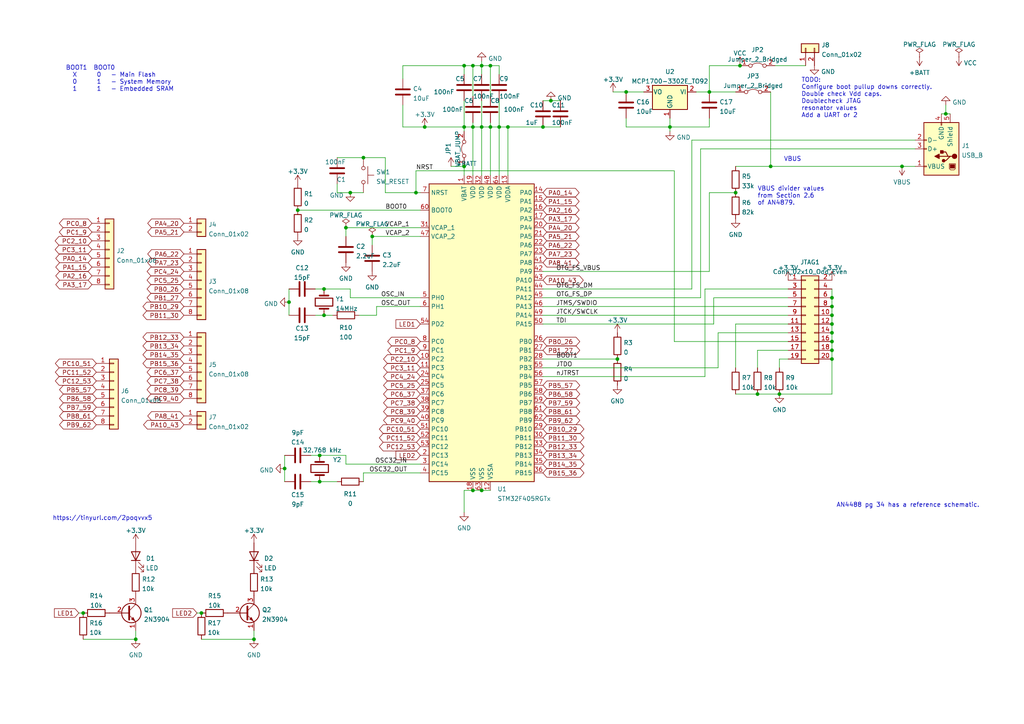
<source format=kicad_sch>
(kicad_sch (version 20211123) (generator eeschema)
  (paper "A4")
  (title_block (date "2022-06-02"))
  (lib_symbols
    (symbol "Connector:USB_B" (pin_names (offset 1.016))
      (property "Reference" "J" (at -5.08 11.43 0))
      (property "Value" "USB_B" (at -5.08 8.89 0))
      (symbol "USB_B_1_1"
        (pin power_out line (at 7.62 5.08 180) (length 2.54) (name "VBUS") (number "1"))
        (pin bidirectional line (at 7.62 -2.54 180) (length 2.54) (name "D-") (number "2"))
        (pin bidirectional line (at 7.62 0 180) (length 2.54) (name "D+") (number "3"))
        (pin power_out line (at 0 -10.16 90) (length 2.54) (name "GND") (number "4"))
        (pin passive line (at -2.54 -10.16 90) (length 2.54) (name "Shield") (number "5"))
      )
    )
    (symbol "Connector_Generic:Conn_01x02" (pin_names (offset 1.016) hide)
      (property "Reference" "J" (at 0 2.54 0))
      (property "Value" "Conn_01x02" (at 0 -5.08 0))
      (symbol "Conn_01x02_1_1"
        (pin passive line (at -5.08 0 0) (length 3.81) (name "Pin_1") (number "1"))
        (pin passive line (at -5.08 -2.54 0) (length 3.81) (name "Pin_2") (number "2"))
      )
    )
    (symbol "Connector_Generic:Conn_01x08" (pin_names (offset 1.016) hide)
      (property "Reference" "J" (at 0 10.16 0))
      (property "Value" "Conn_01x08" (at 0 -12.7 0))
      (symbol "Conn_01x08_1_1"
        (pin passive line (at -5.08 7.62 0) (length 3.81) (name "Pin_1") (number "1"))
        (pin passive line (at -5.08 5.08 0) (length 3.81) (name "Pin_2") (number "2"))
        (pin passive line (at -5.08 2.54 0) (length 3.81) (name "Pin_3") (number "3"))
        (pin passive line (at -5.08 0 0) (length 3.81) (name "Pin_4") (number "4"))
        (pin passive line (at -5.08 -2.54 0) (length 3.81) (name "Pin_5") (number "5"))
        (pin passive line (at -5.08 -5.08 0) (length 3.81) (name "Pin_6") (number "6"))
        (pin passive line (at -5.08 -7.62 0) (length 3.81) (name "Pin_7") (number "7"))
        (pin passive line (at -5.08 -10.16 0) (length 3.81) (name "Pin_8") (number "8"))
      )
    )
    (symbol "Connector_Generic:Conn_02x10_Odd_Even" (pin_names (offset 1.016) hide)
      (property "Reference" "J" (at 1.27 12.7 0))
      (property "Value" "Conn_02x10_Odd_Even" (at 1.27 -15.24 0))
      (symbol "Conn_02x10_Odd_Even_1_1"
        (pin passive line (at -5.08 10.16 0) (length 3.81) (name "Pin_1") (number "1"))
        (pin passive line (at 7.62 0 180) (length 3.81) (name "Pin_10") (number "10"))
        (pin passive line (at -5.08 -2.54 0) (length 3.81) (name "Pin_11") (number "11"))
        (pin passive line (at 7.62 -2.54 180) (length 3.81) (name "Pin_12") (number "12"))
        (pin passive line (at -5.08 -5.08 0) (length 3.81) (name "Pin_13") (number "13"))
        (pin passive line (at 7.62 -5.08 180) (length 3.81) (name "Pin_14") (number "14"))
        (pin passive line (at -5.08 -7.62 0) (length 3.81) (name "Pin_15") (number "15"))
        (pin passive line (at 7.62 -7.62 180) (length 3.81) (name "Pin_16") (number "16"))
        (pin passive line (at -5.08 -10.16 0) (length 3.81) (name "Pin_17") (number "17"))
        (pin passive line (at 7.62 -10.16 180) (length 3.81) (name "Pin_18") (number "18"))
        (pin passive line (at -5.08 -12.7 0) (length 3.81) (name "Pin_19") (number "19"))
        (pin passive line (at 7.62 10.16 180) (length 3.81) (name "Pin_2") (number "2"))
        (pin passive line (at 7.62 -12.7 180) (length 3.81) (name "Pin_20") (number "20"))
        (pin passive line (at -5.08 7.62 0) (length 3.81) (name "Pin_3") (number "3"))
        (pin passive line (at 7.62 7.62 180) (length 3.81) (name "Pin_4") (number "4"))
        (pin passive line (at -5.08 5.08 0) (length 3.81) (name "Pin_5") (number "5"))
        (pin passive line (at 7.62 5.08 180) (length 3.81) (name "Pin_6") (number "6"))
        (pin passive line (at -5.08 2.54 0) (length 3.81) (name "Pin_7") (number "7"))
        (pin passive line (at 7.62 2.54 180) (length 3.81) (name "Pin_8") (number "8"))
        (pin passive line (at -5.08 0 0) (length 3.81) (name "Pin_9") (number "9"))
      )
    )
    (symbol "Device:C" (pin_numbers hide) (pin_names (offset 0.254))
      (property "Reference" "C" (at 0.635 2.54 0))
      (property "Value" "C" (at 0.635 -2.54 0))
      (symbol "C_1_1"
        (pin passive line (at 0 3.81 270) (length 2.794) (name "~") (number "1"))
        (pin passive line (at 0 -3.81 90) (length 2.794) (name "~") (number "2"))
      )
    )
    (symbol "Device:Crystal" (pin_numbers hide) (pin_names (offset 1.016) hide)
      (property "Reference" "Y" (at 0 3.81 0))
      (property "Value" "Crystal" (at 0 -3.81 0))
      (symbol "Crystal_1_1"
        (pin passive line (at -3.81 0 0) (length 1.27) (name "1") (number "1"))
        (pin passive line (at 3.81 0 180) (length 1.27) (name "2") (number "2"))
      )
    )
    (symbol "Device:LED" (pin_numbers hide) (pin_names (offset 1.016) hide)
      (property "Reference" "D" (at 0 2.54 0))
      (property "Value" "LED" (at 0 -2.54 0))
      (symbol "LED_1_1"
        (pin passive line (at -3.81 0 0) (length 2.54) (name "K") (number "1"))
        (pin passive line (at 3.81 0 180) (length 2.54) (name "A") (number "2"))
      )
    )
    (symbol "Device:R" (pin_numbers hide) (pin_names (offset 0))
      (property "Reference" "R" (at 2.032 0 90))
      (property "Value" "R" (at 0 0 90))
      (symbol "R_1_1"
        (pin passive line (at 0 3.81 270) (length 1.27) (name "~") (number "1"))
        (pin passive line (at 0 -3.81 90) (length 1.27) (name "~") (number "2"))
      )
    )
    (symbol "Jumper:Jumper_2_Bridged" (pin_names (offset 0) hide)
      (property "Reference" "JP" (at 0 1.905 0))
      (property "Value" "Jumper_2_Bridged" (at 0 -2.54 0))
      (symbol "Jumper_2_Bridged_1_1"
        (pin passive line (at -5.08 0 0) (length 2.54) (name "A") (number "1"))
        (pin passive line (at 5.08 0 180) (length 2.54) (name "B") (number "2"))
      )
    )
    (symbol "MCU_ST_STM32F4:STM32F405RGTx"
      (property "Reference" "U" (at -15.24 44.45 0))
      (property "Value" "STM32F405RGTx" (at 10.16 44.45 0))
      (symbol "STM32F405RGTx_1_1"
        (pin power_in line (at -5.08 45.72 270) (length 2.54) (name "VBAT") (number "1"))
        (pin bidirectional line (at -17.78 -7.62 0) (length 2.54) (name "PC2") (number "10"))
        (pin bidirectional line (at -17.78 -10.16 0) (length 2.54) (name "PC3") (number "11"))
        (pin power_in line (at 2.54 -45.72 90) (length 2.54) (name "VSSA") (number "12"))
        (pin power_in line (at 7.62 45.72 270) (length 2.54) (name "VDDA") (number "13"))
        (pin bidirectional line (at 17.78 40.64 180) (length 2.54) (name "PA0") (number "14"))
        (pin bidirectional line (at 17.78 38.1 180) (length 2.54) (name "PA1") (number "15"))
        (pin bidirectional line (at 17.78 35.56 180) (length 2.54) (name "PA2") (number "16"))
        (pin bidirectional line (at 17.78 33.02 180) (length 2.54) (name "PA3") (number "17"))
        (pin power_in line (at -2.54 -45.72 90) (length 2.54) (name "VSS") (number "18"))
        (pin power_in line (at -2.54 45.72 270) (length 2.54) (name "VDD") (number "19"))
        (pin bidirectional line (at -17.78 -35.56 0) (length 2.54) (name "PC13") (number "2"))
        (pin bidirectional line (at 17.78 30.48 180) (length 2.54) (name "PA4") (number "20"))
        (pin bidirectional line (at 17.78 27.94 180) (length 2.54) (name "PA5") (number "21"))
        (pin bidirectional line (at 17.78 25.4 180) (length 2.54) (name "PA6") (number "22"))
        (pin bidirectional line (at 17.78 22.86 180) (length 2.54) (name "PA7") (number "23"))
        (pin bidirectional line (at -17.78 -12.7 0) (length 2.54) (name "PC4") (number "24"))
        (pin bidirectional line (at -17.78 -15.24 0) (length 2.54) (name "PC5") (number "25"))
        (pin bidirectional line (at 17.78 -2.54 180) (length 2.54) (name "PB0") (number "26"))
        (pin bidirectional line (at 17.78 -5.08 180) (length 2.54) (name "PB1") (number "27"))
        (pin bidirectional line (at 17.78 -7.62 180) (length 2.54) (name "PB2") (number "28"))
        (pin bidirectional line (at 17.78 -27.94 180) (length 2.54) (name "PB10") (number "29"))
        (pin bidirectional line (at -17.78 -38.1 0) (length 2.54) (name "PC14") (number "3"))
        (pin bidirectional line (at 17.78 -30.48 180) (length 2.54) (name "PB11") (number "30"))
        (pin power_in line (at -17.78 30.48 0) (length 2.54) (name "VCAP_1") (number "31"))
        (pin power_in line (at 0 45.72 270) (length 2.54) (name "VDD") (number "32"))
        (pin bidirectional line (at 17.78 -33.02 180) (length 2.54) (name "PB12") (number "33"))
        (pin bidirectional line (at 17.78 -35.56 180) (length 2.54) (name "PB13") (number "34"))
        (pin bidirectional line (at 17.78 -38.1 180) (length 2.54) (name "PB14") (number "35"))
        (pin bidirectional line (at 17.78 -40.64 180) (length 2.54) (name "PB15") (number "36"))
        (pin bidirectional line (at -17.78 -17.78 0) (length 2.54) (name "PC6") (number "37"))
        (pin bidirectional line (at -17.78 -20.32 0) (length 2.54) (name "PC7") (number "38"))
        (pin bidirectional line (at -17.78 -22.86 0) (length 2.54) (name "PC8") (number "39"))
        (pin bidirectional line (at -17.78 -40.64 0) (length 2.54) (name "PC15") (number "4"))
        (pin bidirectional line (at -17.78 -25.4 0) (length 2.54) (name "PC9") (number "40"))
        (pin bidirectional line (at 17.78 20.32 180) (length 2.54) (name "PA8") (number "41"))
        (pin bidirectional line (at 17.78 17.78 180) (length 2.54) (name "PA9") (number "42"))
        (pin bidirectional line (at 17.78 15.24 180) (length 2.54) (name "PA10") (number "43"))
        (pin bidirectional line (at 17.78 12.7 180) (length 2.54) (name "PA11") (number "44"))
        (pin bidirectional line (at 17.78 10.16 180) (length 2.54) (name "PA12") (number "45"))
        (pin bidirectional line (at 17.78 7.62 180) (length 2.54) (name "PA13") (number "46"))
        (pin power_in line (at -17.78 27.94 0) (length 2.54) (name "VCAP_2") (number "47"))
        (pin power_in line (at 2.54 45.72 270) (length 2.54) (name "VDD") (number "48"))
        (pin bidirectional line (at 17.78 5.08 180) (length 2.54) (name "PA14") (number "49"))
        (pin input line (at -17.78 10.16 0) (length 2.54) (name "PH0") (number "5"))
        (pin bidirectional line (at 17.78 2.54 180) (length 2.54) (name "PA15") (number "50"))
        (pin bidirectional line (at -17.78 -27.94 0) (length 2.54) (name "PC10") (number "51"))
        (pin bidirectional line (at -17.78 -30.48 0) (length 2.54) (name "PC11") (number "52"))
        (pin bidirectional line (at -17.78 -33.02 0) (length 2.54) (name "PC12") (number "53"))
        (pin bidirectional line (at -17.78 2.54 0) (length 2.54) (name "PD2") (number "54"))
        (pin bidirectional line (at 17.78 -10.16 180) (length 2.54) (name "PB3") (number "55"))
        (pin bidirectional line (at 17.78 -12.7 180) (length 2.54) (name "PB4") (number "56"))
        (pin bidirectional line (at 17.78 -15.24 180) (length 2.54) (name "PB5") (number "57"))
        (pin bidirectional line (at 17.78 -17.78 180) (length 2.54) (name "PB6") (number "58"))
        (pin bidirectional line (at 17.78 -20.32 180) (length 2.54) (name "PB7") (number "59"))
        (pin input line (at -17.78 7.62 0) (length 2.54) (name "PH1") (number "6"))
        (pin input line (at -17.78 35.56 0) (length 2.54) (name "BOOT0") (number "60"))
        (pin bidirectional line (at 17.78 -22.86 180) (length 2.54) (name "PB8") (number "61"))
        (pin bidirectional line (at 17.78 -25.4 180) (length 2.54) (name "PB9") (number "62"))
        (pin power_in line (at 0 -45.72 90) (length 2.54) (name "VSS") (number "63"))
        (pin power_in line (at 5.08 45.72 270) (length 2.54) (name "VDD") (number "64"))
        (pin input line (at -17.78 40.64 0) (length 2.54) (name "NRST") (number "7"))
        (pin bidirectional line (at -17.78 -2.54 0) (length 2.54) (name "PC0") (number "8"))
        (pin bidirectional line (at -17.78 -5.08 0) (length 2.54) (name "PC1") (number "9"))
      )
    )
    (symbol "Regulator_Linear:MCP1700-3302E_TO92" (pin_names (offset 0.254))
      (property "Reference" "U" (at -3.81 -3.175 0))
      (property "Value" "MCP1700-3302E_TO92" (at 0 -3.175 0))
      (symbol "MCP1700-3302E_TO92_1_1"
        (pin power_in line (at 0 7.62 270) (length 2.54) (name "GND") (number "1"))
        (pin power_in line (at -7.62 0 0) (length 2.54) (name "VI") (number "2"))
        (pin power_out line (at 7.62 0 180) (length 2.54) (name "VO") (number "3"))
      )
    )
    (symbol "Switch:SW_Push" (pin_numbers hide) (pin_names (offset 1.016) hide)
      (property "Reference" "SW" (at 1.27 2.54 0))
      (property "Value" "SW_Push" (at 0 -1.524 0))
      (symbol "SW_Push_0_1"
        (pin passive line (at -5.08 0 0) (length 2.54) (name "1") (number "1"))
        (pin passive line (at 5.08 0 180) (length 2.54) (name "2") (number "2"))
      )
    )
    (symbol "Transistor_BJT:2N3904" (pin_names (offset 0) hide)
      (property "Reference" "Q" (at 5.08 1.905 0))
      (property "Value" "2N3904" (at 5.08 0 0))
      (symbol "2N3904_1_1"
        (pin passive line (at 2.54 -5.08 90) (length 2.54) (name "E") (number "1"))
        (pin passive line (at -5.08 0 0) (length 5.715) (name "B") (number "2"))
        (pin passive line (at 2.54 5.08 270) (length 2.54) (name "C") (number "3"))
      )
    )
    (symbol "power:+3.3V" (power) (pin_names (offset 0))
      (property "Value" "+3.3V" (at 0 3.556 0))
      (symbol "+3.3V_1_1"
        (pin power_in line (at 0 0 90) (length 0) hide (name "+3.3V") (number "1"))
      )
    )
    (symbol "power:+BATT" (power) (pin_names (offset 0))
      (property "Value" "+BATT" (at 0 3.556 0))
      (symbol "+BATT_1_1"
        (pin power_in line (at 0 0 90) (length 0) hide (name "+BATT") (number "1"))
      )
    )
    (symbol "power:GND" (power) (pin_names (offset 0))
      (property "Value" "GND" (at 0 -3.81 0))
      (symbol "GND_1_1"
        (pin power_in line (at 0 0 270) (length 0) hide (name "GND") (number "1"))
      )
    )
    (symbol "power:PWR_FLAG" (power) (pin_numbers hide) (pin_names (offset 0) hide)
      (property "Value" "PWR_FLAG" (at 0 3.81 0))
      (symbol "PWR_FLAG_0_0"
        (pin power_out line (at 0 0 90) (length 0) (name "pwr") (number "1"))
      )
    )
    (symbol "power:VBUS" (power) (pin_names (offset 0))
      (property "Value" "VBUS" (at 0 3.81 0))
      (symbol "VBUS_1_1"
        (pin power_in line (at 0 0 90) (length 0) hide (name "VBUS") (number "1"))
      )
    )
    (symbol "power:VCC" (power) (pin_names (offset 0))
      (property "Value" "VCC" (at 0 3.81 0))
      (symbol "VCC_1_1"
        (pin power_in line (at 0 0 90) (length 0) hide (name "VCC") (number "1"))
      )
    )
  )
  (junction (at 274.32 33.02))
  (junction (at 92.71 139.7))
  (junction (at 83.82 87.63))
  (junction (at 123.19 36.83))
  (junction (at 147.32 36.83))
  (junction (at 194.31 36.83))
  (junction (at 73.66 185.42))
  (junction (at 137.16 142.24))
  (junction (at 93.98 91.44))
  (junction (at 241.3 91.44))
  (junction (at 241.3 86.36))
  (junction (at 181.61 26.67))
  (junction (at 107.9721 68.58))
  (junction (at 101.6 55.88))
  (junction (at 241.3 96.52))
  (junction (at 219.71 114.3))
  (junction (at 24.13 177.8))
  (junction (at 261.62 48.26))
  (junction (at 226.06 114.3))
  (junction (at 241.3 101.6))
  (junction (at 223.52 48.26))
  (junction (at 100.33 66.04))
  (junction (at 105.41 45.72))
  (junction (at 139.7 36.83))
  (junction (at 179.07 104.14))
  (junction (at 205.74 26.67))
  (junction (at 241.3 104.14))
  (junction (at 39.37 185.42))
  (junction (at 137.16 19.05))
  (junction (at 82.55 135.89))
  (junction (at 86.36 60.96))
  (junction (at 137.16 36.83))
  (junction (at 139.7 19.05))
  (junction (at 139.7 142.24))
  (junction (at 241.3 99.06))
  (junction (at 93.98 83.82))
  (junction (at 214.63 19.05))
  (junction (at 241.3 88.9))
  (junction (at 159.7796 29.21))
  (junction (at 134.62 48.26))
  (junction (at 144.78 36.83))
  (junction (at 213.36 55.88))
  (junction (at 134.62 19.05))
  (junction (at 58.42 177.8))
  (junction (at 134.62 36.83))
  (junction (at 157.48 36.83))
  (junction (at 142.24 19.05))
  (junction (at 142.24 36.83))
  (junction (at 241.3 93.98))
  (junction (at 92.71 132.08))
  (junction (at 120.65 55.88))
  (wire (pts (xy 223.52 48.26) (xy 261.62 48.26)))
  (wire (pts (xy 137.16 19.05) (xy 134.62 19.05)))
  (wire (pts (xy 177.8 26.67) (xy 181.61 26.67)))
  (wire (pts (xy 228.6 104.14) (xy 226.06 104.14)))
  (wire (pts (xy 73.66 185.42) (xy 73.66 182.88)))
  (wire (pts (xy 147.32 36.83) (xy 157.48 36.83)))
  (wire (pts (xy 139.7 19.05) (xy 139.7 17.78)))
  (wire (pts (xy 101.6 83.82) (xy 93.98 83.82)))
  (wire (pts (xy 157.48 36.83) (xy 162.56 36.83)))
  (wire (pts (xy 228.6 86.36) (xy 207.01 86.36)))
  (wire (pts (xy 100.33 66.04) (xy 100.33 68.58)))
  (wire (pts (xy 207.01 93.98) (xy 157.48 93.98)))
  (wire (pts (xy 241.3 99.06) (xy 241.3 101.6)))
  (wire (pts (xy 142.24 35.56) (xy 142.24 36.83)))
  (wire (pts (xy 105.41 137.16) (xy 121.92 137.16)))
  (wire (pts (xy 139.7 29.21) (xy 139.7 36.83)))
  (wire (pts (xy 144.78 36.83) (xy 144.78 50.8)))
  (wire (pts (xy 57.15 177.8) (xy 58.42 177.8)))
  (wire (pts (xy 223.52 26.67) (xy 223.52 48.26)))
  (wire (pts (xy 116.84 19.05) (xy 134.62 19.05)))
  (wire (pts (xy 157.48 29.21) (xy 159.7796 29.21)))
  (wire (pts (xy 205.74 26.67) (xy 205.74 19.05)))
  (wire (pts (xy 241.3 91.44) (xy 241.3 93.98)))
  (wire (pts (xy 116.84 22.86) (xy 116.84 19.05)))
  (wire (pts (xy 109.22 91.44) (xy 104.14 91.44)))
  (wire (pts (xy 157.48 88.9) (xy 228.6 88.9)))
  (wire (pts (xy 147.32 50.8) (xy 147.32 36.83)))
  (wire (pts (xy 144.78 29.21) (xy 144.78 36.83)))
  (wire (pts (xy 213.36 55.88) (xy 205.74 55.88)))
  (wire (pts (xy 200.66 40.64) (xy 265.43 40.64)))
  (wire (pts (xy 219.71 101.6) (xy 219.71 106.68)))
  (wire (pts (xy 194.31 38.1) (xy 194.31 36.83)))
  (wire (pts (xy 24.13 185.42) (xy 39.37 185.42)))
  (wire (pts (xy 273.05 33.02) (xy 274.32 33.02)))
  (wire (pts (xy 274.32 30.48) (xy 274.32 33.02)))
  (wire (pts (xy 142.24 36.83) (xy 144.78 36.83)))
  (wire (pts (xy 100.33 132.08) (xy 100.33 134.62)))
  (wire (pts (xy 228.6 93.98) (xy 213.36 93.98)))
  (wire (pts (xy 241.3 104.14) (xy 241.3 114.3)))
  (wire (pts (xy 194.31 36.83) (xy 205.74 36.83)))
  (wire (pts (xy 181.61 34.29) (xy 181.61 36.83)))
  (wire (pts (xy 134.62 142.24) (xy 137.16 142.24)))
  (wire (pts (xy 142.24 36.83) (xy 142.24 50.8)))
  (wire (pts (xy 208.28 96.52) (xy 208.28 106.68)))
  (wire (pts (xy 213.36 48.26) (xy 223.52 48.26)))
  (wire (pts (xy 116.84 30.48) (xy 116.84 36.83)))
  (wire (pts (xy 142.24 27.94) (xy 142.24 19.05)))
  (wire (pts (xy 82.55 135.89) (xy 82.55 139.7)))
  (wire (pts (xy 228.6 101.6) (xy 219.71 101.6)))
  (wire (pts (xy 134.62 148.59) (xy 134.62 142.24)))
  (wire (pts (xy 134.62 29.21) (xy 134.62 36.83)))
  (wire (pts (xy 213.36 93.98) (xy 213.36 106.68)))
  (wire (pts (xy 91.44 91.44) (xy 93.98 91.44)))
  (wire (pts (xy 241.3 114.3) (xy 226.06 114.3)))
  (wire (pts (xy 204.47 109.22) (xy 157.48 109.22)))
  (wire (pts (xy 97.79 55.88) (xy 101.6 55.88)))
  (wire (pts (xy 58.42 185.42) (xy 73.66 185.42)))
  (wire (pts (xy 181.61 36.83) (xy 194.31 36.83)))
  (wire (pts (xy 205.74 55.88) (xy 205.74 78.74)))
  (wire (pts (xy 22.86 177.8) (xy 24.13 177.8)))
  (wire (pts (xy 109.22 88.9) (xy 109.22 91.44)))
  (wire (pts (xy 139.7 36.83) (xy 139.7 50.8)))
  (wire (pts (xy 97.79 139.7) (xy 92.71 139.7)))
  (wire (pts (xy 137.16 142.24) (xy 139.7 142.24)))
  (wire (pts (xy 90.17 139.7) (xy 92.71 139.7)))
  (wire (pts (xy 159.7796 29.21) (xy 162.56 29.21)))
  (wire (pts (xy 205.74 19.05) (xy 214.63 19.05)))
  (wire (pts (xy 144.78 36.83) (xy 147.32 36.83)))
  (wire (pts (xy 86.36 60.96) (xy 121.92 60.96)))
  (wire (pts (xy 134.62 48.26) (xy 134.62 50.8)))
  (wire (pts (xy 139.7 142.24) (xy 142.24 142.24)))
  (wire (pts (xy 83.82 87.63) (xy 83.82 91.44)))
  (wire (pts (xy 100.33 66.04) (xy 121.92 66.04)))
  (wire (pts (xy 139.7 19.05) (xy 139.7 21.59)))
  (wire (pts (xy 137.16 35.56) (xy 137.16 36.83)))
  (wire (pts (xy 130.81 48.26) (xy 134.62 48.26)))
  (wire (pts (xy 107.95 68.58) (xy 107.95 71.12)))
  (wire (pts (xy 137.16 36.83) (xy 137.16 50.8)))
  (wire (pts (xy 241.3 83.82) (xy 241.3 86.36)))
  (wire (pts (xy 105.41 137.16) (xy 105.41 139.7)))
  (wire (pts (xy 111.76 55.88) (xy 111.76 45.72)))
  (wire (pts (xy 90.17 132.08) (xy 92.71 132.08)))
  (wire (pts (xy 181.61 26.67) (xy 186.69 26.67)))
  (wire (pts (xy 241.3 88.9) (xy 241.3 91.44)))
  (wire (pts (xy 207.01 86.36) (xy 207.01 93.98)))
  (wire (pts (xy 121.92 55.88) (xy 120.65 55.88)))
  (wire (pts (xy 142.24 19.05) (xy 139.7 19.05)))
  (wire (pts (xy 109.22 88.9) (xy 121.92 88.9)))
  (wire (pts (xy 224.79 19.05) (xy 233.68 19.05)))
  (wire (pts (xy 134.62 36.83) (xy 134.62 38.1)))
  (wire (pts (xy 241.3 101.6) (xy 241.3 104.14)))
  (wire (pts (xy 195.58 49.53) (xy 120.65 49.53)))
  (wire (pts (xy 274.32 33.02) (xy 275.59 33.02)))
  (wire (pts (xy 241.3 86.36) (xy 241.3 88.9)))
  (wire (pts (xy 203.2 86.36) (xy 203.2 43.18)))
  (wire (pts (xy 139.7 36.83) (xy 142.24 36.83)))
  (wire (pts (xy 200.66 83.82) (xy 200.66 40.64)))
  (wire (pts (xy 157.48 83.82) (xy 200.66 83.82)))
  (wire (pts (xy 105.41 45.72) (xy 97.79 45.72)))
  (wire (pts (xy 120.65 49.53) (xy 120.65 55.88)))
  (wire (pts (xy 241.3 96.52) (xy 241.3 99.06)))
  (wire (pts (xy 194.31 36.83) (xy 194.31 34.29)))
  (wire (pts (xy 157.48 91.44) (xy 228.6 91.44)))
  (wire (pts (xy 121.92 86.36) (xy 101.6 86.36)))
  (wire (pts (xy 144.78 19.05) (xy 142.24 19.05)))
  (wire (pts (xy 205.74 26.67) (xy 213.36 26.67)))
  (wire (pts (xy 137.16 36.83) (xy 139.7 36.83)))
  (wire (pts (xy 137.16 19.05) (xy 137.16 27.94)))
  (wire (pts (xy 208.28 106.68) (xy 157.48 106.68)))
  (wire (pts (xy 157.48 104.14) (xy 179.07 104.14)))
  (wire (pts (xy 120.65 55.88) (xy 111.76 55.88)))
  (wire (pts (xy 91.44 83.82) (xy 93.98 83.82)))
  (wire (pts (xy 107.9721 68.58) (xy 107.95 68.58)))
  (wire (pts (xy 144.78 21.59) (xy 144.78 19.05)))
  (wire (pts (xy 204.47 83.82) (xy 204.47 109.22)))
  (wire (pts (xy 97.79 53.34) (xy 97.79 55.88)))
  (wire (pts (xy 195.58 99.06) (xy 195.58 49.53)))
  (wire (pts (xy 228.6 99.06) (xy 195.58 99.06)))
  (wire (pts (xy 213.36 114.3) (xy 219.71 114.3)))
  (wire (pts (xy 261.62 48.26) (xy 265.43 48.26)))
  (wire (pts (xy 92.71 132.08) (xy 100.33 132.08)))
  (wire (pts (xy 123.19 36.83) (xy 134.62 36.83)))
  (wire (pts (xy 116.84 36.83) (xy 123.19 36.83)))
  (wire (pts (xy 203.2 43.18) (xy 265.43 43.18)))
  (wire (pts (xy 134.62 19.05) (xy 134.62 21.59)))
  (wire (pts (xy 139.7 19.05) (xy 137.16 19.05)))
  (wire (pts (xy 228.6 96.52) (xy 208.28 96.52)))
  (wire (pts (xy 101.6 86.36) (xy 101.6 83.82)))
  (wire (pts (xy 134.62 36.83) (xy 137.16 36.83)))
  (wire (pts (xy 157.48 78.74) (xy 205.74 78.74)))
  (wire (pts (xy 93.98 91.44) (xy 96.52 91.44)))
  (wire (pts (xy 205.74 34.29) (xy 205.74 36.83)))
  (wire (pts (xy 39.37 185.42) (xy 39.37 182.88)))
  (wire (pts (xy 226.06 104.14) (xy 226.06 106.68)))
  (wire (pts (xy 241.3 93.98) (xy 241.3 96.52)))
  (wire (pts (xy 121.92 68.58) (xy 107.9721 68.58)))
  (wire (pts (xy 101.6 55.88) (xy 105.41 55.88)))
  (wire (pts (xy 83.82 83.82) (xy 83.82 87.63)))
  (wire (pts (xy 219.71 114.3) (xy 226.06 114.3)))
  (wire (pts (xy 111.76 45.72) (xy 105.41 45.72)))
  (wire (pts (xy 82.55 132.08) (xy 82.55 135.89)))
  (wire (pts (xy 157.48 86.36) (xy 203.2 86.36)))
  (wire (pts (xy 121.92 134.62) (xy 100.33 134.62)))
  (wire (pts (xy 228.6 83.82) (xy 204.47 83.82)))
  (wire (pts (xy 201.93 26.67) (xy 205.74 26.67)))
  (text "TODO:\nConfigure boot pullup downs correctly.\nDouble check Vdd caps.\nDoublecheck JTAG\nresonator values\nAdd a UART or 2" (at 232.41 34.29 0) (effects (font (size 1.27 1.27)) (justify left bottom)))
  (text "AN4488 pg 34 has a reference schematic." (at 242.57 147.32 0) (effects (font (size 1.27 1.27)) (justify left bottom)))
  (text "BOOT1  BOOT0 \n  X      0   - Main Flash\n  0      1   - System Memory\n  1      1   - Embedded SRAM" (at 19.05 26.67 0) (effects (font (size 1.27 1.27)) (justify left bottom)))
  (text "https://tinyurl.com/2poqvvx5" (at 15.24 151.13 0) (effects (font (size 1.27 1.27)) (justify left bottom)))
  (text "VBUS divider values\nfrom Section 2.6\nof AN4879." (at 219.71 59.69 0) (effects (font (size 1.27 1.27)) (justify left bottom)))
  (text "VBUS" (at 227.33 46.99 0) (effects (font (size 1.27 1.27)) (justify left bottom)))
  (label "OTG_FS_DP" (at 161.29 86.36 0))
  (label "OSC32_OUT" (at 118.11 137.16 180))
  (label "NRST" (at 120.65 49.53 0))
  (label "TDI" (at 161.29 93.98 0))
  (label "OSC_OUT" (at 110.49 88.9 0))
  (label "VCAP_1" (at 111.76 66.04 0))
  (label "OSC32_IN" (at 118.11 134.62 180))
  (label "BOOT0" (at 111.76 60.96 0))
  (label "BOOT1" (at 161.29 104.14 0))
  (label "OTG_FS_VBUS" (at 161.29 78.74 0))
  (label "JTDO" (at 161.29 106.68 0))
  (label "OTG_FS_DM" (at 161.29 83.82 0))
  (label "nJTRST" (at 161.29 109.22 0))
  (label "OSC_IN" (at 110.49 86.36 0))
  (label "JTCK{slash}SWCLK" (at 161.29 91.44 0))
  (label "VCAP_2" (at 111.76 68.58 0))
  (label "JTMS{slash}SWDIO" (at 161.29 88.9 0))
  (global_label "PB6_58" (shape bidirectional) (at 157.48 114.3 0) (property "Intersheet References" "${INTERSHEET_REFS}" (effects hide)))
  (global_label "PB12_33" (shape bidirectional) (at 53.34 97.79 180) (property "Intersheet References" "${INTERSHEET_REFS}" (effects hide)))
  (global_label "PB0_26" (shape bidirectional) (at 53.34 83.82 180) (property "Intersheet References" "${INTERSHEET_REFS}" (effects hide)))
  (global_label "PB8_61" (shape bidirectional) (at 27.94 120.65 180) (property "Intersheet References" "${INTERSHEET_REFS}" (effects hide)))
  (global_label "PA3_17" (shape bidirectional) (at 26.67 82.55 180) (property "Intersheet References" "${INTERSHEET_REFS}" (effects hide)))
  (global_label "PB8_61" (shape bidirectional) (at 157.48 119.38 0) (property "Intersheet References" "${INTERSHEET_REFS}" (effects hide)))
  (global_label "PB11_30" (shape bidirectional) (at 53.34 91.44 180) (property "Intersheet References" "${INTERSHEET_REFS}" (effects hide)))
  (global_label "PA2_16" (shape bidirectional) (at 26.67 80.01 180) (property "Intersheet References" "${INTERSHEET_REFS}" (effects hide)))
  (global_label "PA0_14" (shape bidirectional) (at 157.48 55.88 0) (property "Intersheet References" "${INTERSHEET_REFS}" (effects hide)))
  (global_label "PA0_14" (shape bidirectional) (at 26.67 74.93 180) (property "Intersheet References" "${INTERSHEET_REFS}" (effects hide)))
  (global_label "PC9_40" (shape bidirectional) (at 53.34 115.57 180) (property "Intersheet References" "${INTERSHEET_REFS}" (effects hide)))
  (global_label "PC5_25" (shape bidirectional) (at 53.34 81.28 180) (property "Intersheet References" "${INTERSHEET_REFS}" (effects hide)))
  (global_label "PA5_21" (shape bidirectional) (at 157.48 68.58 0) (property "Intersheet References" "${INTERSHEET_REFS}" (effects hide)))
  (global_label "PC11_52" (shape bidirectional) (at 121.92 127 180) (property "Intersheet References" "${INTERSHEET_REFS}" (effects hide)))
  (global_label "PB0_26" (shape bidirectional) (at 157.48 99.06 0) (property "Intersheet References" "${INTERSHEET_REFS}" (effects hide)))
  (global_label "PC5_25" (shape bidirectional) (at 121.92 111.76 180) (property "Intersheet References" "${INTERSHEET_REFS}" (effects hide)))
  (global_label "PC2_10" (shape bidirectional) (at 26.67 69.85 180) (property "Intersheet References" "${INTERSHEET_REFS}" (effects hide)))
  (global_label "PA10_43" (shape bidirectional) (at 53.34 123.19 180) (property "Intersheet References" "${INTERSHEET_REFS}" (effects hide)))
  (global_label "PC10_51" (shape bidirectional) (at 121.92 124.46 180) (property "Intersheet References" "${INTERSHEET_REFS}" (effects hide)))
  (global_label "PC12_53" (shape bidirectional) (at 121.92 129.54 180) (property "Intersheet References" "${INTERSHEET_REFS}" (effects hide)))
  (global_label "PA10_43" (shape bidirectional) (at 157.48 81.28 0) (property "Intersheet References" "${INTERSHEET_REFS}" (effects hide)))
  (global_label "PC3_11" (shape bidirectional) (at 121.92 106.68 180) (property "Intersheet References" "${INTERSHEET_REFS}" (effects hide)))
  (global_label "PA2_16" (shape bidirectional) (at 157.48 60.96 0) (property "Intersheet References" "${INTERSHEET_REFS}" (effects hide)))
  (global_label "PC11_52" (shape bidirectional) (at 27.94 107.95 180) (property "Intersheet References" "${INTERSHEET_REFS}" (effects hide)))
  (global_label "PC6_37" (shape bidirectional) (at 121.92 114.3 180) (property "Intersheet References" "${INTERSHEET_REFS}" (effects hide)))
  (global_label "PA4_20" (shape bidirectional) (at 53.34 64.77 180) (property "Intersheet References" "${INTERSHEET_REFS}" (effects hide)))
  (global_label "PA5_21" (shape bidirectional) (at 53.34 67.31 180) (property "Intersheet References" "${INTERSHEET_REFS}" (effects hide)))
  (global_label "PA1_15" (shape bidirectional) (at 26.67 77.47 180) (property "Intersheet References" "${INTERSHEET_REFS}" (effects hide)))
  (global_label "PC4_24" (shape bidirectional) (at 53.34 78.74 180) (property "Intersheet References" "${INTERSHEET_REFS}" (effects hide)))
  (global_label "PC0_8" (shape bidirectional) (at 121.92 99.06 180) (property "Intersheet References" "${INTERSHEET_REFS}" (effects hide)))
  (global_label "PB6_58" (shape bidirectional) (at 27.94 115.57 180) (property "Intersheet References" "${INTERSHEET_REFS}" (effects hide)))
  (global_label "PC12_53" (shape bidirectional) (at 27.94 110.49 180) (property "Intersheet References" "${INTERSHEET_REFS}" (effects hide)))
  (global_label "PB1_27" (shape bidirectional) (at 157.48 101.6 0) (property "Intersheet References" "${INTERSHEET_REFS}" (effects hide)))
  (global_label "PB9_62" (shape bidirectional) (at 157.48 121.92 0) (property "Intersheet References" "${INTERSHEET_REFS}" (effects hide)))
  (global_label "PB7_59" (shape bidirectional) (at 157.48 116.84 0) (property "Intersheet References" "${INTERSHEET_REFS}" (effects hide)))
  (global_label "PC8_39" (shape bidirectional) (at 121.92 119.38 180) (property "Intersheet References" "${INTERSHEET_REFS}" (effects hide)))
  (global_label "PB15_36" (shape bidirectional) (at 53.34 105.41 180) (property "Intersheet References" "${INTERSHEET_REFS}" (effects hide)))
  (global_label "PC2_10" (shape bidirectional) (at 121.92 104.14 180) (property "Intersheet References" "${INTERSHEET_REFS}" (effects hide)))
  (global_label "LED2" (shape input) (at 57.15 177.8 180) (property "Intersheet References" "${INTERSHEET_REFS}" (effects hide)))
  (global_label "PC10_51" (shape bidirectional) (at 27.94 105.41 180) (property "Intersheet References" "${INTERSHEET_REFS}" (effects hide)))
  (global_label "PA1_15" (shape bidirectional) (at 157.48 58.42 0) (property "Intersheet References" "${INTERSHEET_REFS}" (effects hide)))
  (global_label "PC7_38" (shape bidirectional) (at 53.34 110.49 180) (property "Intersheet References" "${INTERSHEET_REFS}" (effects hide)))
  (global_label "PC1_9" (shape bidirectional) (at 26.67 67.31 180) (property "Intersheet References" "${INTERSHEET_REFS}" (effects hide)))
  (global_label "PC1_9" (shape bidirectional) (at 121.92 101.6 180) (property "Intersheet References" "${INTERSHEET_REFS}" (effects hide)))
  (global_label "PA7_23" (shape bidirectional) (at 157.48 73.66 0) (property "Intersheet References" "${INTERSHEET_REFS}" (effects hide)))
  (global_label "PB7_59" (shape bidirectional) (at 27.94 118.11 180) (property "Intersheet References" "${INTERSHEET_REFS}" (effects hide)))
  (global_label "PC3_11" (shape bidirectional) (at 26.67 72.39 180) (property "Intersheet References" "${INTERSHEET_REFS}" (effects hide)))
  (global_label "PB14_35" (shape bidirectional) (at 53.34 102.87 180) (property "Intersheet References" "${INTERSHEET_REFS}" (effects hide)))
  (global_label "PB15_36" (shape bidirectional) (at 157.48 137.16 0) (property "Intersheet References" "${INTERSHEET_REFS}" (effects hide)))
  (global_label "PB14_35" (shape bidirectional) (at 157.48 134.62 0) (property "Intersheet References" "${INTERSHEET_REFS}" (effects hide)))
  (global_label "PA7_23" (shape bidirectional) (at 53.34 76.2 180) (property "Intersheet References" "${INTERSHEET_REFS}" (effects hide)))
  (global_label "PC9_40" (shape bidirectional) (at 121.92 121.92 180) (property "Intersheet References" "${INTERSHEET_REFS}" (effects hide)))
  (global_label "PC6_37" (shape bidirectional) (at 53.34 107.95 180) (property "Intersheet References" "${INTERSHEET_REFS}" (effects hide)))
  (global_label "LED2" (shape input) (at 121.92 132.08 180) (property "Intersheet References" "${INTERSHEET_REFS}" (effects hide)))
  (global_label "PC8_39" (shape bidirectional) (at 53.34 113.03 180) (property "Intersheet References" "${INTERSHEET_REFS}" (effects hide)))
  (global_label "PC4_24" (shape bidirectional) (at 121.92 109.22 180) (property "Intersheet References" "${INTERSHEET_REFS}" (effects hide)))
  (global_label "PB1_27" (shape bidirectional) (at 53.34 86.36 180) (property "Intersheet References" "${INTERSHEET_REFS}" (effects hide)))
  (global_label "PA6_22" (shape bidirectional) (at 157.48 71.12 0) (property "Intersheet References" "${INTERSHEET_REFS}" (effects hide)))
  (global_label "PB5_57" (shape bidirectional) (at 157.48 111.76 0) (property "Intersheet References" "${INTERSHEET_REFS}" (effects hide)))
  (global_label "PC0_8" (shape bidirectional) (at 26.67 64.77 180) (property "Intersheet References" "${INTERSHEET_REFS}" (effects hide)))
  (global_label "PC7_38" (shape bidirectional) (at 121.92 116.84 180) (property "Intersheet References" "${INTERSHEET_REFS}" (effects hide)))
  (global_label "PB12_33" (shape bidirectional) (at 157.48 129.54 0) (property "Intersheet References" "${INTERSHEET_REFS}" (effects hide)))
  (global_label "PB9_62" (shape bidirectional) (at 27.94 123.19 180) (property "Intersheet References" "${INTERSHEET_REFS}" (effects hide)))
  (global_label "PB13_34" (shape bidirectional) (at 157.48 132.08 0) (property "Intersheet References" "${INTERSHEET_REFS}" (effects hide)))
  (global_label "PB13_34" (shape bidirectional) (at 53.34 100.33 180) (property "Intersheet References" "${INTERSHEET_REFS}" (effects hide)))
  (global_label "PB10_29" (shape bidirectional) (at 157.48 124.46 0) (property "Intersheet References" "${INTERSHEET_REFS}" (effects hide)))
  (global_label "PA8_41" (shape bidirectional) (at 53.34 120.65 180) (property "Intersheet References" "${INTERSHEET_REFS}" (effects hide)))
  (global_label "PA8_41" (shape bidirectional) (at 157.48 76.2 0) (property "Intersheet References" "${INTERSHEET_REFS}" (effects hide)))
  (global_label "PB10_29" (shape bidirectional) (at 53.34 88.9 180) (property "Intersheet References" "${INTERSHEET_REFS}" (effects hide)))
  (global_label "PA3_17" (shape bidirectional) (at 157.48 63.5 0) (property "Intersheet References" "${INTERSHEET_REFS}" (effects hide)))
  (global_label "LED1" (shape input) (at 22.86 177.8 180) (property "Intersheet References" "${INTERSHEET_REFS}" (effects hide)))
  (global_label "PB11_30" (shape bidirectional) (at 157.48 127 0) (property "Intersheet References" "${INTERSHEET_REFS}" (effects hide)))
  (global_label "PA4_20" (shape bidirectional) (at 157.48 66.04 0) (property "Intersheet References" "${INTERSHEET_REFS}" (effects hide)))
  (global_label "LED1" (shape input) (at 121.92 93.98 180) (property "Intersheet References" "${INTERSHEET_REFS}" (effects hide)))
  (global_label "PB5_57" (shape bidirectional) (at 27.94 113.03 180) (property "Intersheet References" "${INTERSHEET_REFS}" (effects hide)))
  (global_label "PA6_22" (shape bidirectional) (at 53.34 73.66 180) (property "Intersheet References" "${INTERSHEET_REFS}" (effects hide)))
  (symbol (lib_id "Device:C") (at 139.7 25.4 180) (unit 1)
    (property "Reference" "C7" (at 137.16 22.86 0) (effects (justify right)))
    (property "Value" "100nF" (at 137.16 27.94 0) (effects (justify right)))
    (property "Footprint" "Capacitor_SMD:C_1206_3216Metric_Pad1.33x1.80mm_HandSolder" (effects hide))
  )
  (symbol (lib_id "power:+3.3V") (at 86.36 53.34 0) (unit 1)
    (property "Reference" "#PWR01" (effects hide))
    (property "Value" "+3.3V" (at 86.36 49.7355 0))
  )
  (symbol (lib_id "Transistor_BJT:2N3904") (at 71.12 177.8 0) (unit 1)
    (property "Reference" "Q2" (at 75.9714 176.8915 0) (effects (justify left)))
    (property "Value" "2N3904" (at 75.9714 179.6666 0) (effects (justify left)))
    (property "Footprint" "Package_TO_SOT_THT:TO-92_Inline_Wide" (effects hide))
    (property "Datasheet" "https://www.onsemi.com/pub/Collateral/2N3903-D.PDF" (effects hide))
  )
  (symbol (lib_id "Connector_Generic:Conn_01x02") (at 58.42 64.77 0) (unit 1)
    (property "Reference" "J4" (at 60.452 65.1315 0) (effects (justify left)))
    (property "Value" "Conn_01x02" (at 60.452 67.9066 0) (effects (justify left)))
    (property "Footprint" "Connector_PinHeader_2.54mm:PinHeader_1x02_P2.54mm_Vertical" (effects hide))
  )
  (symbol (lib_id "power:GND") (at 134.62 148.59 0) (unit 1)
    (property "Reference" "#PWR08" (effects hide))
    (property "Value" "GND" (at 134.62 153.1525 0))
  )
  (symbol (lib_id "Device:LED") (at 73.66 161.29 90) (unit 1)
    (property "Reference" "D2" (at 76.581 161.969 90) (effects (justify right)))
    (property "Value" "LED" (at 76.581 164.7441 90) (effects (justify right)))
    (property "Footprint" "LED_THT:LED_D3.0mm" (effects hide))
  )
  (symbol (lib_id "Device:C") (at 162.56 33.02 180) (unit 1)
    (property "Reference" "C11" (at 160.02 30.48 0) (effects (justify right)))
    (property "Value" "100nF" (at 160.02 35.56 0) (effects (justify right)))
    (property "Footprint" "Capacitor_SMD:C_1206_3216Metric_Pad1.33x1.80mm_HandSolder" (effects hide))
  )
  (symbol (lib_id "Device:C") (at 100.33 72.39 0) (unit 1)
    (property "Reference" "C2" (at 103.251 71.4815 0) (effects (justify left)))
    (property "Value" "2.2uF" (at 103.251 74.2566 0) (effects (justify left)))
    (property "Footprint" "Capacitor_SMD:C_1206_3216Metric_Pad1.33x1.80mm_HandSolder" (effects hide))
  )
  (symbol (lib_id "power:+3.3V") (at 39.37 157.48 0) (unit 1)
    (property "Reference" "#PWR0107" (effects hide))
    (property "Value" "+3.3V" (at 39.37 153.8755 0))
  )
  (symbol (lib_id "power:+3.3V") (at 179.07 96.52 0) (unit 1)
    (property "Reference" "#PWR012" (effects hide))
    (property "Value" "+3.3V" (at 179.07 92.9155 0))
  )
  (symbol (lib_id "Device:R") (at 86.36 57.15 0) (unit 1)
    (property "Reference" "R1" (at 88.138 56.2415 0) (effects (justify left)))
    (property "Value" "0" (at 88.138 59.0166 0) (effects (justify left)))
    (property "Footprint" "Resistor_SMD:R_1206_3216Metric_Pad1.30x1.75mm_HandSolder" (effects hide))
  )
  (symbol (lib_id "Device:Crystal") (at 92.71 135.89 270) (unit 1)
    (property "Reference" "Y2" (at 99.06 133.35 90) (effects (justify right)))
    (property "Value" "32.768 kHz" (at 99.06 130.5749 90) (effects (justify right)))
    (property "Footprint" "Crystal:Crystal_C38-LF_D3.0mm_L8.0mm_Horizontal" (effects hide))
  )
  (symbol (lib_id "power:GND") (at 139.7 17.78 180) (unit 1)
    (property "Reference" "#PWR09" (effects hide))
    (property "Value" "GND" (at 141.605 16.989 0) (effects (justify right)))
  )
  (symbol (lib_id "Device:R") (at 62.23 177.8 90) (unit 1)
    (property "Reference" "R15" (at 62.23 172.8175 90))
    (property "Value" "10k" (at 62.23 175.5926 90))
    (property "Footprint" "Resistor_SMD:R_1206_3216Metric_Pad1.30x1.75mm_HandSolder" (effects hide))
  )
  (symbol (lib_id "power:PWR_FLAG") (at 266.7 16.51 0) (unit 1)
    (property "Reference" "#FLG0101" (effects hide))
    (property "Value" "PWR_FLAG" (at 266.7 12.9055 0))
  )
  (symbol (lib_id "power:+3.3V") (at 241.3 81.28 0) (unit 1)
    (property "Reference" "#PWR017" (effects hide))
    (property "Value" "+3.3V" (at 241.3 77.6755 0))
  )
  (symbol (lib_id "power:GND") (at 86.36 68.58 0) (unit 1)
    (property "Reference" "#PWR02" (effects hide))
    (property "Value" "GND" (at 86.36 73.1425 0))
  )
  (symbol (lib_id "Connector_Generic:Conn_01x08") (at 33.02 113.03 0) (unit 1)
    (property "Reference" "J6" (at 35.052 113.3915 0) (effects (justify left)))
    (property "Value" "Conn_01x08" (at 35.052 116.1666 0) (effects (justify left)))
    (property "Footprint" "Connector_PinHeader_2.54mm:PinHeader_1x08_P2.54mm_Vertical" (effects hide))
  )
  (symbol (lib_id "power:GND") (at 159.7796 29.21 180) (unit 1)
    (property "Reference" "#PWR010" (effects hide))
    (property "Value" "GND" (at 161.6846 28.419 0) (effects (justify right)))
  )
  (symbol (lib_id "Switch:SW_Push") (at 105.41 50.8 270) (unit 1)
    (property "Reference" "SW1" (at 109.093 49.8915 90) (effects (justify left)))
    (property "Value" "SW_RESET" (at 109.093 52.6666 90) (effects (justify left)))
    (property "Footprint" "Button_Switch_THT:SW_PUSH_6mm_H5mm" (effects hide))
  )
  (symbol (lib_id "Device:R") (at 213.36 110.49 0) (unit 1)
    (property "Reference" "R7" (at 215.138 109.5815 0) (effects (justify left)))
    (property "Value" "10k" (at 215.138 112.3566 0) (effects (justify left)))
    (property "Footprint" "Resistor_SMD:R_1206_3216Metric_Pad1.30x1.75mm_HandSolder" (effects hide))
  )
  (symbol (lib_id "Connector:USB_B") (at 273.05 43.18 180) (unit 1)
    (property "Reference" "J1" (at 278.892 42.2715 0) (effects (justify right)))
    (property "Value" "USB_B" (at 278.892 45.0466 0) (effects (justify right)))
    (property "Footprint" "Connector_USB:USB_Mini-B_Lumberg_2486_01_Horizontal" (effects hide))
    (property "Datasheet" " ~" (effects hide))
  )
  (symbol (lib_id "power:GND") (at 101.6 55.88 0) (unit 1)
    (property "Reference" "#PWR04" (effects hide))
    (property "Value" "GND" (at 99.695 56.671 0) (effects (justify right)))
  )
  (symbol (lib_id "Device:C") (at 205.74 30.48 0) (unit 1)
    (property "Reference" "C17" (at 208.661 29.5715 0) (effects (justify left)))
    (property "Value" "10uF" (at 208.661 32.3466 0) (effects (justify left)))
    (property "Footprint" "Capacitor_THT:C_Disc_D5.0mm_W2.5mm_P5.00mm" (effects hide))
  )
  (symbol (lib_id "Device:LED") (at 39.37 161.29 90) (unit 1)
    (property "Reference" "D1" (at 42.291 161.969 90) (effects (justify right)))
    (property "Value" "LED" (at 42.291 164.7441 90) (effects (justify right)))
    (property "Footprint" "LED_THT:LED_D3.0mm" (effects hide))
  )
  (symbol (lib_id "power:VBUS") (at 261.62 48.26 180) (unit 1)
    (property "Reference" "#PWR021" (effects hide))
    (property "Value" "VBUS" (at 261.62 52.8225 0))
  )
  (symbol (lib_id "power:GND") (at 274.32 30.48 180) (unit 1)
    (property "Reference" "#PWR0102" (effects hide))
    (property "Value" "GND" (at 276.225 29.689 0) (effects (justify right)))
  )
  (symbol (lib_id "Device:R") (at 86.36 64.77 0) (unit 1)
    (property "Reference" "R2" (at 88.138 63.8615 0) (effects (justify left)))
    (property "Value" "0" (at 88.138 66.6366 0) (effects (justify left)))
    (property "Footprint" "Resistor_SMD:R_1206_3216Metric_Pad1.30x1.75mm_HandSolder" (effects hide))
  )
  (symbol (lib_id "Device:Crystal") (at 93.98 87.63 270) (unit 1)
    (property "Reference" "Y1" (at 97.3074 86.7215 90) (effects (justify left)))
    (property "Value" "14MHz" (at 97.3074 89.4966 90) (effects (justify left)))
    (property "Footprint" "Crystal:Crystal_HC49-4H_Vertical" (effects hide))
  )
  (symbol (lib_id "power:GND") (at 100.33 76.2 0) (unit 1)
    (property "Reference" "#PWR03" (effects hide))
    (property "Value" "GND" (at 100.33 80.7625 0))
  )
  (symbol (lib_id "power:+3.3V") (at 177.8 26.67 0) (unit 1)
    (property "Reference" "#PWR0104" (effects hide))
    (property "Value" "+3.3V" (at 177.8 23.0655 0))
  )
  (symbol (lib_id "Device:C") (at 86.36 139.7 90) (unit 1)
    (property "Reference" "C15" (at 86.36 143.51 90))
    (property "Value" "9pF" (at 86.36 146.2851 90))
    (property "Footprint" "Capacitor_SMD:C_1206_3216Metric_Pad1.33x1.80mm_HandSolder" (effects hide))
  )
  (symbol (lib_id "Device:R") (at 213.36 59.69 0) (unit 1)
    (property "Reference" "R6" (at 215.138 58.7815 0) (effects (justify left)))
    (property "Value" "82k" (at 215.138 61.5566 0) (effects (justify left)))
    (property "Footprint" "Resistor_SMD:R_1206_3216Metric_Pad1.30x1.75mm_HandSolder" (effects hide))
  )
  (symbol (lib_id "Device:R") (at 226.06 110.49 0) (unit 1)
    (property "Reference" "R9" (at 227.838 109.5815 0) (effects (justify left)))
    (property "Value" "10k" (at 227.838 112.3566 0) (effects (justify left)))
    (property "Footprint" "Resistor_SMD:R_1206_3216Metric_Pad1.30x1.75mm_HandSolder" (effects hide))
  )
  (symbol (lib_id "Connector_Generic:Conn_01x08") (at 58.42 105.41 0) (unit 1)
    (property "Reference" "J5" (at 60.452 105.7715 0) (effects (justify left)))
    (property "Value" "Conn_01x08" (at 60.452 108.5466 0) (effects (justify left)))
    (property "Footprint" "Connector_PinHeader_2.54mm:PinHeader_1x08_P2.54mm_Vertical" (effects hide))
  )
  (symbol (lib_id "Device:R") (at 73.66 168.91 0) (unit 1)
    (property "Reference" "R13" (at 75.438 168.0015 0) (effects (justify left)))
    (property "Value" "10k" (at 75.438 170.7766 0) (effects (justify left)))
    (property "Footprint" "Resistor_SMD:R_1206_3216Metric_Pad1.30x1.75mm_HandSolder" (effects hide))
  )
  (symbol (lib_id "power:GND") (at 194.31 38.1 0) (unit 1)
    (property "Reference" "#PWR0103" (effects hide))
    (property "Value" "GND" (at 196.215 39.849 0) (effects (justify left)))
  )
  (symbol (lib_id "Device:C") (at 181.61 30.48 0) (unit 1)
    (property "Reference" "C16" (at 184.531 29.5715 0) (effects (justify left)))
    (property "Value" "10uF" (at 184.531 32.3466 0) (effects (justify left)))
    (property "Footprint" "Capacitor_THT:C_Disc_D5.0mm_W2.5mm_P5.00mm" (effects hide))
  )
  (symbol (lib_id "Device:C") (at 144.78 25.4 180) (unit 1)
    (property "Reference" "C9" (at 144.78 22.86 0) (effects (justify right)))
    (property "Value" "100nF" (at 144.78 27.94 0) (effects (justify right)))
    (property "Footprint" "Capacitor_SMD:C_1206_3216Metric_Pad1.33x1.80mm_HandSolder" (effects hide))
  )
  (symbol (lib_id "Transistor_BJT:2N3904") (at 36.83 177.8 0) (unit 1)
    (property "Reference" "Q1" (at 41.6814 176.8915 0) (effects (justify left)))
    (property "Value" "2N3904" (at 41.6814 179.6666 0) (effects (justify left)))
    (property "Footprint" "Package_TO_SOT_THT:TO-92_Inline_Wide" (effects hide))
    (property "Datasheet" "https://www.onsemi.com/pub/Collateral/2N3903-D.PDF" (effects hide))
  )
  (symbol (lib_id "Device:C") (at 97.79 49.53 0) (unit 1)
    (property "Reference" "C1" (at 100.33 52.07 0) (effects (justify right)))
    (property "Value" "100nF" (at 100.33 46.99 0) (effects (justify right)))
    (property "Footprint" "Capacitor_SMD:C_1206_3216Metric_Pad1.33x1.80mm_HandSolder" (effects hide))
  )
  (symbol (lib_id "power:+BATT") (at 130.81 48.26 0) (unit 1)
    (property "Reference" "#PWR0110" (effects hide))
    (property "Value" "+BATT" (at 132.207 47.469 0) (effects (justify left)))
  )
  (symbol (lib_id "Regulator_Linear:MCP1700-3302E_TO92") (at 194.31 26.67 180) (unit 1)
    (property "Reference" "U2" (at 194.31 20.7985 0))
    (property "Value" "MCP1700-3302E_TO92" (at 194.31 23.5736 0))
    (property "Footprint" "Package_TO_SOT_THT:TO-92_Inline_Wide" (effects hide))
    (property "Datasheet" "http://ww1.microchip.com/downloads/en/DeviceDoc/20001826D.pdf" (effects hide))
  )
  (symbol (lib_id "Device:C") (at 116.84 26.67 0) (unit 1)
    (property "Reference" "C4" (at 119.761 25.7615 0) (effects (justify left)))
    (property "Value" "10uF" (at 119.761 28.5366 0) (effects (justify left)))
    (property "Footprint" "Capacitor_THT:C_Disc_D5.0mm_W2.5mm_P5.00mm" (effects hide))
  )
  (symbol (lib_id "power:GND") (at 179.07 111.76 0) (unit 1)
    (property "Reference" "#PWR013" (effects hide))
    (property "Value" "GND" (at 179.07 116.3225 0))
  )
  (symbol (lib_id "Device:R") (at 39.37 168.91 0) (unit 1)
    (property "Reference" "R12" (at 41.148 168.0015 0) (effects (justify left)))
    (property "Value" "10k" (at 41.148 170.7766 0) (effects (justify left)))
    (property "Footprint" "Resistor_SMD:R_1206_3216Metric_Pad1.30x1.75mm_HandSolder" (effects hide))
  )
  (symbol (lib_id "power:GND") (at 82.55 135.89 270) (unit 1)
    (property "Reference" "#PWR0101" (effects hide))
    (property "Value" "GND" (at 79.3751 136.369 90) (effects (justify right)))
  )
  (symbol (lib_id "power:GND") (at 236.22 19.05 0) (unit 1)
    (property "Reference" "#PWR0109" (effects hide))
    (property "Value" "GND" (at 238.125 20.799 0) (effects (justify left)))
  )
  (symbol (lib_id "power:+3.3V") (at 123.19 36.83 0) (unit 1)
    (property "Reference" "#PWR07" (effects hide))
    (property "Value" "+3.3V" (at 123.19 33.2255 0))
  )
  (symbol (lib_id "power:PWR_FLAG") (at 107.9721 68.58 0) (unit 1)
    (property "Reference" "#FLG0103" (effects hide))
    (property "Value" "PWR_FLAG" (at 107.9721 64.9755 0))
  )
  (symbol (lib_id "Device:R") (at 219.71 110.49 0) (unit 1)
    (property "Reference" "R8" (at 221.488 109.5815 0) (effects (justify left)))
    (property "Value" "10k" (at 221.488 112.3566 0) (effects (justify left)))
    (property "Footprint" "Resistor_SMD:R_1206_3216Metric_Pad1.30x1.75mm_HandSolder" (effects hide))
  )
  (symbol (lib_id "Jumper:Jumper_2_Bridged") (at 218.44 26.67 0) (unit 1)
    (property "Reference" "JP3" (at 218.44 22.0685 0))
    (property "Value" "Jumper_2_Bridged" (at 218.44 24.8436 0))
    (property "Footprint" "Jumper:SolderJumper-2_P1.3mm_Bridged_RoundedPad1.0x1.5mm" (effects hide))
  )
  (symbol (lib_id "Device:R") (at 24.13 181.61 0) (unit 1)
    (property "Reference" "R16" (at 25.908 180.7015 0) (effects (justify left)))
    (property "Value" "10k" (at 25.908 183.4766 0) (effects (justify left)))
    (property "Footprint" "Resistor_SMD:R_1206_3216Metric_Pad1.30x1.75mm_HandSolder" (effects hide))
  )
  (symbol (lib_id "Device:R") (at 58.42 181.61 0) (unit 1)
    (property "Reference" "R17" (at 60.198 180.7015 0) (effects (justify left)))
    (property "Value" "10k" (at 60.198 183.4766 0) (effects (justify left)))
    (property "Footprint" "Resistor_SMD:R_1206_3216Metric_Pad1.30x1.75mm_HandSolder" (effects hide))
  )
  (symbol (lib_id "power:GND") (at 213.36 63.5 0) (unit 1)
    (property "Reference" "#PWR014" (effects hide))
    (property "Value" "GND" (at 213.36 68.0625 0))
  )
  (symbol (lib_id "Device:C") (at 134.62 25.4 180) (unit 1)
    (property "Reference" "C5" (at 132.08 22.86 0) (effects (justify right)))
    (property "Value" "100nF" (at 125.73 26.67 0) (effects (justify right)))
    (property "Footprint" "Capacitor_SMD:C_1206_3216Metric_Pad1.33x1.80mm_HandSolder" (effects hide))
  )
  (symbol (lib_id "Device:R") (at 213.36 52.07 0) (unit 1)
    (property "Reference" "R5" (at 215.138 51.1615 0) (effects (justify left)))
    (property "Value" "33k" (at 215.138 53.9366 0) (effects (justify left)))
    (property "Footprint" "Resistor_SMD:R_1206_3216Metric_Pad1.30x1.75mm_HandSolder" (effects hide))
  )
  (symbol (lib_id "Device:R") (at 179.07 107.95 0) (unit 1)
    (property "Reference" "R4" (at 180.848 107.0415 0) (effects (justify left)))
    (property "Value" "0" (at 180.848 109.8166 0) (effects (justify left)))
    (property "Footprint" "Resistor_SMD:R_1206_3216Metric_Pad1.30x1.75mm_HandSolder" (effects hide))
  )
  (symbol (lib_id "Device:C") (at 157.48 33.02 0) (unit 1)
    (property "Reference" "C10" (at 153.67 30.48 0) (effects (justify left)))
    (property "Value" "1uF" (at 152.4 35.56 0) (effects (justify left)))
    (property "Footprint" "Capacitor_SMD:C_1206_3216Metric_Pad1.33x1.80mm_HandSolder" (effects hide))
  )
  (symbol (lib_id "power:+BATT") (at 266.7 16.51 180) (unit 1)
    (property "Reference" "#PWR0111" (effects hide))
    (property "Value" "+BATT" (at 266.7 21.0725 0))
  )
  (symbol (lib_id "power:PWR_FLAG") (at 100.33 66.04 0) (unit 1)
    (property "Reference" "#FLG0102" (effects hide))
    (property "Value" "PWR_FLAG" (at 100.33 62.4355 0))
  )
  (symbol (lib_id "power:+3.3V") (at 73.66 157.48 0) (unit 1)
    (property "Reference" "#PWR0105" (effects hide))
    (property "Value" "+3.3V" (at 73.66 153.8755 0))
  )
  (symbol (lib_id "Device:R") (at 179.07 100.33 0) (unit 1)
    (property "Reference" "R3" (at 180.848 99.4215 0) (effects (justify left)))
    (property "Value" "0" (at 180.848 102.1966 0) (effects (justify left)))
    (property "Footprint" "Resistor_SMD:R_1206_3216Metric_Pad1.30x1.75mm_HandSolder" (effects hide))
  )
  (symbol (lib_id "power:PWR_FLAG") (at 278.13 16.51 0) (unit 1)
    (property "Reference" "#FLG03" (effects hide))
    (property "Value" "PWR_FLAG" (at 278.13 12.9055 0))
  )
  (symbol (lib_id "Device:C") (at 86.36 132.08 90) (unit 1)
    (property "Reference" "C14" (at 86.36 128.27 90))
    (property "Value" "9pF" (at 86.36 125.4949 90))
    (property "Footprint" "Capacitor_SMD:C_1206_3216Metric_Pad1.33x1.80mm_HandSolder" (effects hide))
  )
  (symbol (lib_id "MCU_ST_STM32F4:STM32F405RGTx") (at 139.7 96.52 0) (unit 1)
    (property "Reference" "U1" (at 144.2594 141.8495 0) (effects (justify left)))
    (property "Value" "STM32F405RGTx" (at 144.2594 144.6246 0) (effects (justify left)))
    (property "Footprint" "Package_QFP:LQFP-64_10x10mm_P0.5mm" (effects hide))
    (property "Datasheet" "http://www.st.com/st-web-ui/static/active/en/resource/technical/document/datasheet/DM00037051.pdf" (effects hide))
  )
  (symbol (lib_id "Connector_Generic:Conn_02x10_Odd_Even") (at 233.68 91.44 0) (unit 1)
    (property "Reference" "JTAG1" (at 234.95 76.0435 0))
    (property "Value" "Conn_02x10_Odd_Even" (at 234.95 78.8186 0))
    (property "Footprint" "Connector_IDC:IDC-Header_2x10_P2.54mm_Vertical" (effects hide))
  )
  (symbol (lib_id "Device:C") (at 137.16 31.75 180) (unit 1)
    (property "Reference" "C6" (at 134.62 29.21 0) (effects (justify right)))
    (property "Value" "100nF" (at 128.27 31.75 0) (effects (justify right)))
    (property "Footprint" "Capacitor_SMD:C_1206_3216Metric_Pad1.33x1.80mm_HandSolder" (effects hide))
  )
  (symbol (lib_id "power:GND") (at 83.82 87.63 270) (unit 1)
    (property "Reference" "#PWR05" (effects hide))
    (property "Value" "GND" (at 80.6451 88.109 90) (effects (justify right)))
  )
  (symbol (lib_id "Connector_Generic:Conn_01x08") (at 31.75 72.39 0) (unit 1)
    (property "Reference" "J2" (at 33.782 72.7515 0) (effects (justify left)))
    (property "Value" "Conn_01x08" (at 33.782 75.5266 0) (effects (justify left)))
    (property "Footprint" "Connector_PinHeader_2.54mm:PinHeader_1x08_P2.54mm_Vertical" (effects hide))
  )
  (symbol (lib_id "power:GND") (at 73.66 185.42 0) (unit 1)
    (property "Reference" "#PWR0108" (effects hide))
    (property "Value" "GND" (at 73.66 189.9825 0))
  )
  (symbol (lib_id "Device:C") (at 107.95 74.93 0) (unit 1)
    (property "Reference" "C3" (at 110.871 74.0215 0) (effects (justify left)))
    (property "Value" "2.2uF" (at 110.871 76.7966 0) (effects (justify left)))
    (property "Footprint" "Capacitor_SMD:C_1206_3216Metric_Pad1.33x1.80mm_HandSolder" (effects hide))
  )
  (symbol (lib_id "Device:C") (at 87.63 83.82 90) (unit 1)
    (property "Reference" "C12" (at 87.63 77.6945 90))
    (property "Value" "15pF" (at 87.63 80.4696 90))
    (property "Footprint" "Capacitor_SMD:C_1206_3216Metric_Pad1.33x1.80mm_HandSolder" (effects hide))
  )
  (symbol (lib_id "power:VCC") (at 214.63 19.05 0) (unit 1)
    (property "Reference" "#PWR020" (effects hide))
    (property "Value" "VCC" (at 214.63 15.4455 0))
  )
  (symbol (lib_id "power:+3.3V") (at 228.6 81.28 0) (unit 1)
    (property "Reference" "#PWR016" (effects hide))
    (property "Value" "+3.3V" (at 228.6 77.6755 0))
  )
  (symbol (lib_id "Jumper:Jumper_2_Bridged") (at 219.71 19.05 0) (unit 1)
    (property "Reference" "JP2" (at 219.71 14.4485 0))
    (property "Value" "Jumper_2_Bridged" (at 219.71 17.2236 0))
    (property "Footprint" "Jumper:SolderJumper-2_P1.3mm_Bridged_RoundedPad1.0x1.5mm" (effects hide))
  )
  (symbol (lib_id "Device:C") (at 142.24 31.75 180) (unit 1)
    (property "Reference" "C8" (at 142.24 29.21 0) (effects (justify right)))
    (property "Value" "100nF" (at 146.05 31.75 0) (effects (justify right)))
    (property "Footprint" "Capacitor_SMD:C_1206_3216Metric_Pad1.33x1.80mm_HandSolder" (effects hide))
  )
  (symbol (lib_id "power:GND") (at 39.37 185.42 0) (unit 1)
    (property "Reference" "#PWR0106" (effects hide))
    (property "Value" "GND" (at 39.37 189.9825 0))
  )
  (symbol (lib_id "Connector_Generic:Conn_01x02") (at 233.68 13.97 90) (unit 1)
    (property "Reference" "J8" (at 238.252 13.0615 90) (effects (justify right)))
    (property "Value" "Conn_01x02" (at 238.252 15.8366 90) (effects (justify right)))
    (property "Footprint" "Connector_PinHeader_2.54mm:PinHeader_1x02_P2.54mm_Vertical" (effects hide))
  )
  (symbol (lib_id "Device:R") (at 100.33 91.44 90) (unit 1)
    (property "Reference" "R10" (at 100.33 95.0149 90))
    (property "Value" "100" (at 100.33 97.79 90))
    (property "Footprint" "Resistor_SMD:R_1206_3216Metric_Pad1.30x1.75mm_HandSolder" (effects hide))
  )
  (symbol (lib_id "Device:C") (at 87.63 91.44 90) (unit 1)
    (property "Reference" "C13" (at 87.63 95.25 90))
    (property "Value" "15pF" (at 87.63 98.0251 90))
    (property "Footprint" "Capacitor_SMD:C_1206_3216Metric_Pad1.33x1.80mm_HandSolder" (effects hide))
  )
  (symbol (lib_id "Connector_Generic:Conn_01x08") (at 58.42 81.28 0) (unit 1)
    (property "Reference" "J3" (at 60.452 81.6415 0) (effects (justify left)))
    (property "Value" "Conn_01x08" (at 60.452 84.4166 0) (effects (justify left)))
    (property "Footprint" "Connector_PinHeader_2.54mm:PinHeader_1x08_P2.54mm_Vertical" (effects hide))
  )
  (symbol (lib_id "Jumper:Jumper_2_Bridged") (at 134.62 43.18 90) (unit 1)
    (property "Reference" "JP1" (at 130.0185 43.18 0))
    (property "Value" "VBAT_JUMP" (at 132.7936 43.18 0))
    (property "Footprint" "Jumper:SolderJumper-2_P1.3mm_Bridged_Pad1.0x1.5mm" (effects hide))
  )
  (symbol (lib_id "power:VCC") (at 278.13 16.51 180) (unit 1)
    (property "Reference" "#PWR019" (effects hide))
    (property "Value" "VCC" (at 279.527 18.259 0) (effects (justify right)))
  )
  (symbol (lib_id "Device:R") (at 101.6 139.7 90) (unit 1)
    (property "Reference" "R11" (at 101.6 143.2749 90))
    (property "Value" "0" (at 101.6 146.05 90))
    (property "Footprint" "Resistor_SMD:R_1206_3216Metric_Pad1.30x1.75mm_HandSolder" (effects hide))
  )
  (symbol (lib_id "Device:R") (at 27.94 177.8 90) (unit 1)
    (property "Reference" "R14" (at 27.94 172.8175 90))
    (property "Value" "10k" (at 27.94 175.5926 90))
    (property "Footprint" "Resistor_SMD:R_1206_3216Metric_Pad1.30x1.75mm_HandSolder" (effects hide))
  )
  (symbol (lib_id "power:GND") (at 107.95 78.74 0) (unit 1)
    (property "Reference" "#PWR06" (effects hide))
    (property "Value" "GND" (at 107.95 83.3025 0))
  )
  (symbol (lib_id "power:GND") (at 226.06 114.3 0) (unit 1)
    (property "Reference" "#PWR015" (effects hide))
    (property "Value" "GND" (at 226.06 118.8625 0))
  )
  (symbol (lib_id "Connector_Generic:Conn_01x02") (at 58.42 120.65 0) (unit 1)
    (property "Reference" "J7" (at 60.452 121.0115 0) (effects (justify left)))
    (property "Value" "Conn_01x02" (at 60.452 123.7866 0) (effects (justify left)))
    (property "Footprint" "Connector_PinHeader_2.54mm:PinHeader_1x02_P2.54mm_Vertical" (effects hide))
  )
)
</source>
